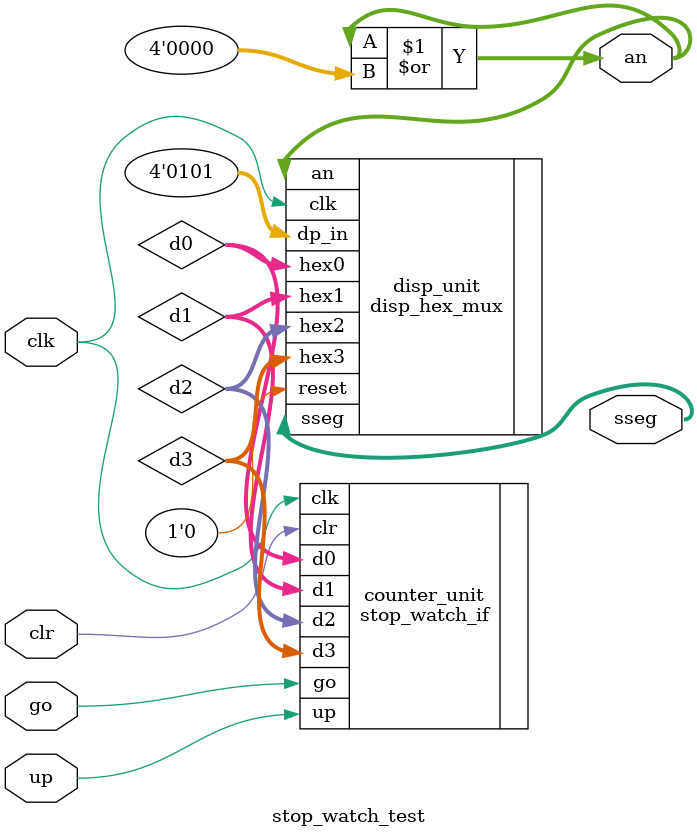
<source format=v>
module stop_watch_test
   (
    input wire clk,
    input wire go, clr,
    //***PART 2 - ADDED NEW INPUT "up"***
    input wire up,
    output wire [3:0] an,
    output wire [7:0] sseg
   );

   // signal declaration
   wire [3:0]  d3, d2, d1, d0;

   // instantiate 7-seg LED display module
   //***PART 1 - ADDED .hex3(d3) TO ALLOW MINUTE DISPLAY TO BE UPDATED***
   //***PART 1 - CHANGED TO dp_in(4'b0101) TO ENABLE DECIMAL POINT BESIDE MINUTE DISPLAY***
   disp_hex_mux disp_unit (.clk(clk), .reset(1'b0), .hex3(d3), .hex2(d2), .hex1(d1), .hex0(d0), .dp_in(4'b0101), .an(an), .sseg(sseg));

   // instantiate stopwatch
   //***PART 1 - ADDED .d3(d3) AS INPUT TO THE STOPWATCH LOGIC***
   //***PART 2 - ADDED "up" AS AN INPUT TO THE STOPWATCH LOGIC
   stop_watch_if counter_unit (.clk(clk), .go(go), .up(up), .clr(clr), .d3(d3), .d2(d2), .d1(d1), .d0(d0) );
       
   //disable the unused display by setting it to 1
   //***PART 1 - CHANGED TO 4'b0000 TO ENABLE 4TH DISPLAY***
   assign an = an | 4'b0000;

endmodule
</source>
